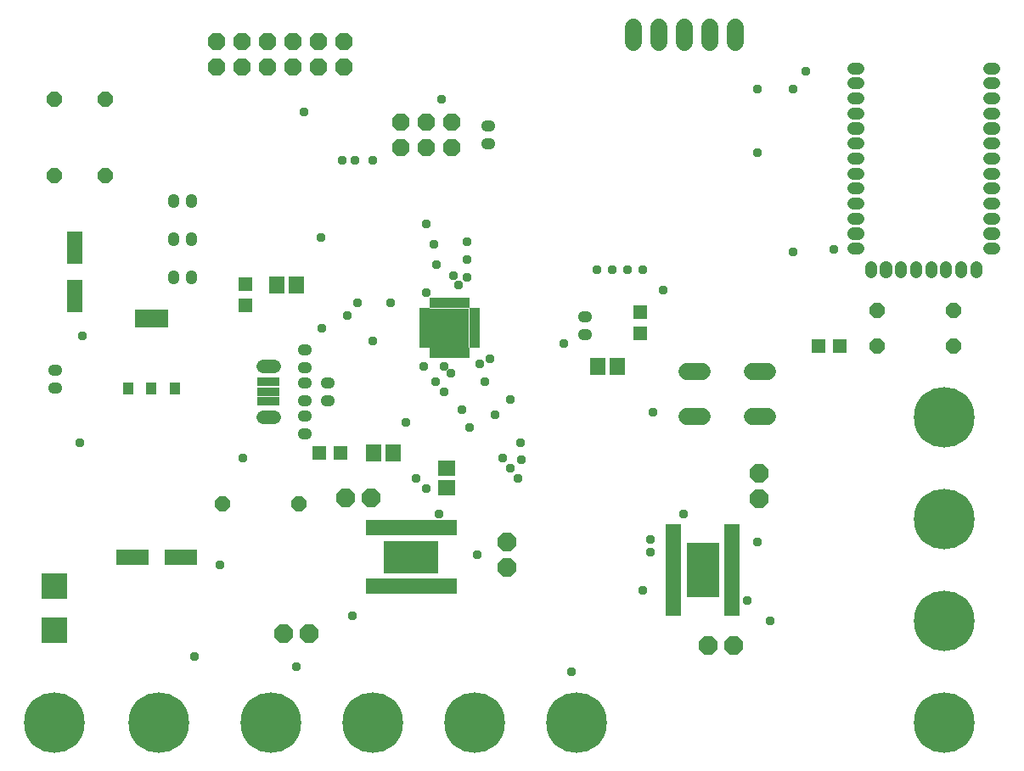
<source format=gbr>
G04 EAGLE Gerber RS-274X export*
G75*
%MOMM*%
%FSLAX34Y34*%
%LPD*%
%INSoldermask Top*%
%IPPOS*%
%AMOC8*
5,1,8,0,0,1.08239X$1,22.5*%
G01*
%ADD10C,6.045200*%
%ADD11C,1.191166*%
%ADD12R,1.603200X0.653200*%
%ADD13R,3.303200X5.383200*%
%ADD14C,0.703200*%
%ADD15C,0.925344*%
%ADD16P,1.951982X8X22.500000*%
%ADD17P,1.951982X8X112.500000*%
%ADD18P,1.951982X8X202.500000*%
%ADD19P,1.951982X8X292.500000*%
%ADD20R,2.603200X2.603200*%
%ADD21R,1.003200X0.503200*%
%ADD22R,0.503200X1.003200*%
%ADD23R,3.903200X3.903200*%
%ADD24P,1.869504X8X22.500000*%
%ADD25C,1.727200*%
%ADD26R,1.403200X1.403200*%
%ADD27R,0.653200X1.603200*%
%ADD28R,5.383200X3.303200*%
%ADD29R,3.203200X1.603200*%
%ADD30R,1.603200X3.203200*%
%ADD31P,1.649562X8X112.500000*%
%ADD32R,2.203200X0.903200*%
%ADD33P,1.649562X8X202.500000*%
%ADD34R,1.503200X1.803200*%
%ADD35R,1.803200X1.503200*%
%ADD36C,1.320800*%
%ADD37R,1.092200X1.219200*%
%ADD38C,0.959600*%

G36*
X150878Y445264D02*
X150878Y445264D01*
X150880Y445263D01*
X150923Y445283D01*
X150967Y445301D01*
X150967Y445303D01*
X150969Y445304D01*
X151002Y445389D01*
X151002Y462661D01*
X151001Y462663D01*
X151002Y462665D01*
X150982Y462708D01*
X150964Y462752D01*
X150962Y462752D01*
X150961Y462754D01*
X150876Y462787D01*
X118364Y462787D01*
X118362Y462786D01*
X118360Y462787D01*
X118317Y462767D01*
X118273Y462749D01*
X118273Y462747D01*
X118271Y462746D01*
X118238Y462661D01*
X118238Y445389D01*
X118239Y445387D01*
X118238Y445385D01*
X118258Y445342D01*
X118276Y445298D01*
X118278Y445298D01*
X118279Y445296D01*
X118364Y445263D01*
X150876Y445263D01*
X150878Y445264D01*
G37*
D10*
X38100Y50800D03*
X142240Y50800D03*
D11*
X834120Y703520D02*
X839240Y703520D01*
X834120Y703520D02*
X834120Y703640D01*
X839240Y703640D01*
X839240Y703520D01*
X839240Y688520D02*
X834120Y688520D01*
X834120Y688640D01*
X839240Y688640D01*
X839240Y688520D01*
X839240Y673520D02*
X834120Y673520D01*
X834120Y673640D01*
X839240Y673640D01*
X839240Y673520D01*
X839240Y658520D02*
X834120Y658520D01*
X834120Y658640D01*
X839240Y658640D01*
X839240Y658520D01*
X839240Y643520D02*
X834120Y643520D01*
X834120Y643640D01*
X839240Y643640D01*
X839240Y643520D01*
X839240Y628520D02*
X834120Y628520D01*
X834120Y628640D01*
X839240Y628640D01*
X839240Y628520D01*
X839240Y613520D02*
X834120Y613520D01*
X834120Y613640D01*
X839240Y613640D01*
X839240Y613520D01*
X839240Y598520D02*
X834120Y598520D01*
X834120Y598640D01*
X839240Y598640D01*
X839240Y598520D01*
X839240Y583520D02*
X834120Y583520D01*
X834120Y583640D01*
X839240Y583640D01*
X839240Y583520D01*
X839240Y568520D02*
X834120Y568520D01*
X834120Y568640D01*
X839240Y568640D01*
X839240Y568520D01*
X839240Y553520D02*
X834120Y553520D01*
X834120Y553640D01*
X839240Y553640D01*
X839240Y553520D01*
X839240Y538520D02*
X834120Y538520D01*
X834120Y538640D01*
X839240Y538640D01*
X839240Y538520D01*
X839240Y523520D02*
X834120Y523520D01*
X834120Y523640D01*
X839240Y523640D01*
X839240Y523520D01*
X852140Y505440D02*
X852140Y500320D01*
X852020Y500320D01*
X852020Y505440D01*
X852140Y505440D01*
X867140Y505440D02*
X867140Y500320D01*
X867020Y500320D01*
X867020Y505440D01*
X867140Y505440D01*
X882140Y505440D02*
X882140Y500320D01*
X882020Y500320D01*
X882020Y505440D01*
X882140Y505440D01*
X897140Y505440D02*
X897140Y500320D01*
X897020Y500320D01*
X897020Y505440D01*
X897140Y505440D01*
X912140Y505440D02*
X912140Y500320D01*
X912020Y500320D01*
X912020Y505440D01*
X912140Y505440D01*
X927140Y505440D02*
X927140Y500320D01*
X927020Y500320D01*
X927020Y505440D01*
X927140Y505440D01*
X942140Y505440D02*
X942140Y500320D01*
X942020Y500320D01*
X942020Y505440D01*
X942140Y505440D01*
X957140Y505440D02*
X957140Y500320D01*
X957020Y500320D01*
X957020Y505440D01*
X957140Y505440D01*
X969520Y523640D02*
X974640Y523640D01*
X974640Y523520D01*
X969520Y523520D01*
X969520Y523640D01*
X969520Y538640D02*
X974640Y538640D01*
X974640Y538520D01*
X969520Y538520D01*
X969520Y538640D01*
X969520Y553640D02*
X974640Y553640D01*
X974640Y553520D01*
X969520Y553520D01*
X969520Y553640D01*
X969520Y568640D02*
X974640Y568640D01*
X974640Y568520D01*
X969520Y568520D01*
X969520Y568640D01*
X969520Y583640D02*
X974640Y583640D01*
X974640Y583520D01*
X969520Y583520D01*
X969520Y583640D01*
X969520Y598640D02*
X974640Y598640D01*
X974640Y598520D01*
X969520Y598520D01*
X969520Y598640D01*
X969520Y613640D02*
X974640Y613640D01*
X974640Y613520D01*
X969520Y613520D01*
X969520Y613640D01*
X969520Y628640D02*
X974640Y628640D01*
X974640Y628520D01*
X969520Y628520D01*
X969520Y628640D01*
X969520Y643640D02*
X974640Y643640D01*
X974640Y643520D01*
X969520Y643520D01*
X969520Y643640D01*
X969520Y658640D02*
X974640Y658640D01*
X974640Y658520D01*
X969520Y658520D01*
X969520Y658640D01*
X969520Y673640D02*
X974640Y673640D01*
X974640Y673520D01*
X969520Y673520D01*
X969520Y673640D01*
X969520Y688640D02*
X974640Y688640D01*
X974640Y688520D01*
X969520Y688520D01*
X969520Y688640D01*
X969520Y703640D02*
X974640Y703640D01*
X974640Y703520D01*
X969520Y703520D01*
X969520Y703640D01*
D12*
X713700Y160950D03*
X713700Y167450D03*
X713700Y173950D03*
X713700Y180450D03*
X713700Y186950D03*
X713700Y193450D03*
X713700Y199950D03*
X713700Y206450D03*
X713700Y212950D03*
X713700Y219450D03*
X713700Y225950D03*
X713700Y232450D03*
X713700Y238950D03*
X713700Y245450D03*
X654700Y245450D03*
X654700Y238950D03*
X654700Y232450D03*
X654700Y225950D03*
X654700Y219450D03*
X654700Y212950D03*
X654700Y206450D03*
X654700Y199950D03*
X654700Y193450D03*
X654700Y186950D03*
X654700Y180450D03*
X654700Y173950D03*
X654700Y167450D03*
X654700Y160950D03*
D13*
X684200Y203200D03*
D14*
X684200Y203200D03*
D15*
X471790Y629532D02*
X468010Y629532D01*
X471790Y629532D02*
X471790Y627768D01*
X468010Y627768D01*
X468010Y629532D01*
X468010Y647312D02*
X471790Y647312D01*
X471790Y645548D01*
X468010Y645548D01*
X468010Y647312D01*
D16*
X266700Y139700D03*
X292100Y139700D03*
D17*
X489280Y205740D03*
X489280Y231140D03*
D18*
X353220Y274480D03*
X327820Y274480D03*
D15*
X39990Y385692D02*
X36210Y385692D01*
X39990Y385692D02*
X39990Y383928D01*
X36210Y383928D01*
X36210Y385692D01*
X36210Y403472D02*
X39990Y403472D01*
X39990Y401708D01*
X36210Y401708D01*
X36210Y403472D01*
X564530Y439032D02*
X568310Y439032D01*
X568310Y437268D01*
X564530Y437268D01*
X564530Y439032D01*
X564530Y456812D02*
X568310Y456812D01*
X568310Y455048D01*
X564530Y455048D01*
X564530Y456812D01*
X173108Y493410D02*
X173108Y497190D01*
X174872Y497190D01*
X174872Y493410D01*
X173108Y493410D01*
X155328Y493410D02*
X155328Y497190D01*
X157092Y497190D01*
X157092Y493410D01*
X155328Y493410D01*
X173108Y531510D02*
X173108Y535290D01*
X174872Y535290D01*
X174872Y531510D01*
X173108Y531510D01*
X155328Y531510D02*
X155328Y535290D01*
X157092Y535290D01*
X157092Y531510D01*
X155328Y531510D01*
X173108Y569610D02*
X173108Y573390D01*
X174872Y573390D01*
X174872Y569610D01*
X173108Y569610D01*
X155328Y569610D02*
X155328Y573390D01*
X157092Y573390D01*
X157092Y569610D01*
X155328Y569610D01*
D16*
X690080Y127800D03*
X715480Y127800D03*
D19*
X740080Y299720D03*
X740080Y274320D03*
D20*
X38100Y187100D03*
X38100Y143100D03*
D10*
X558800Y50800D03*
X457200Y50800D03*
X924700Y50800D03*
X254000Y50800D03*
X355600Y50800D03*
X924700Y152400D03*
X924700Y355600D03*
X924700Y254000D03*
D21*
X406800Y462000D03*
X406800Y457000D03*
X406800Y452000D03*
X406800Y447000D03*
X406800Y442000D03*
X406800Y437000D03*
X406800Y432000D03*
X406800Y427000D03*
D22*
X414300Y419500D03*
X419300Y419500D03*
X424300Y419500D03*
X429300Y419500D03*
X434300Y419500D03*
X439300Y419500D03*
X444300Y419500D03*
X449300Y419500D03*
D21*
X456800Y427000D03*
X456800Y432000D03*
X456800Y437000D03*
X456800Y442000D03*
X456800Y447000D03*
X456800Y452000D03*
X456800Y457000D03*
X456800Y462000D03*
D22*
X449300Y469500D03*
X444300Y469500D03*
X439300Y469500D03*
X434300Y469500D03*
X429300Y469500D03*
X424300Y469500D03*
X419300Y469500D03*
X414300Y469500D03*
D23*
X431800Y444500D03*
D24*
X383540Y624840D03*
X383540Y650240D03*
X408940Y624840D03*
X408940Y650240D03*
X434340Y624840D03*
X434340Y650240D03*
D25*
X716420Y729920D02*
X716420Y745160D01*
X691020Y745160D02*
X691020Y729920D01*
X665620Y729920D02*
X665620Y745160D01*
X640220Y745160D02*
X640220Y729920D01*
X614820Y729920D02*
X614820Y745160D01*
D26*
X228600Y467020D03*
X228600Y488020D03*
X301920Y320040D03*
X322920Y320040D03*
X799760Y426720D03*
X820760Y426720D03*
D27*
X351450Y186400D03*
X357950Y186400D03*
X364450Y186400D03*
X370950Y186400D03*
X377450Y186400D03*
X383950Y186400D03*
X390450Y186400D03*
X396950Y186400D03*
X403450Y186400D03*
X409950Y186400D03*
X416450Y186400D03*
X422950Y186400D03*
X429450Y186400D03*
X435950Y186400D03*
X435950Y245400D03*
X429450Y245400D03*
X422950Y245400D03*
X416450Y245400D03*
X409950Y245400D03*
X403450Y245400D03*
X396950Y245400D03*
X390450Y245400D03*
X383950Y245400D03*
X377450Y245400D03*
X370950Y245400D03*
X364450Y245400D03*
X357950Y245400D03*
X351450Y245400D03*
D28*
X393700Y215900D03*
D14*
X393700Y215900D03*
D26*
X622300Y460080D03*
X622300Y439080D03*
D29*
X163700Y215900D03*
X115700Y215900D03*
D30*
X58420Y476380D03*
X58420Y524380D03*
D15*
X285130Y390772D02*
X285130Y389008D01*
X285130Y390772D02*
X288910Y390772D01*
X288910Y389008D01*
X285130Y389008D01*
X285130Y372992D02*
X285130Y371228D01*
X285130Y372992D02*
X288910Y372992D01*
X288910Y371228D01*
X285130Y371228D01*
D31*
X88900Y596900D03*
X88900Y673100D03*
D15*
X311770Y372992D02*
X311770Y371228D01*
X307990Y371228D01*
X307990Y372992D01*
X311770Y372992D01*
X311770Y389008D02*
X311770Y390772D01*
X311770Y389008D02*
X307990Y389008D01*
X307990Y390772D01*
X311770Y390772D01*
D31*
X38100Y596900D03*
X38100Y673100D03*
D25*
X668388Y401066D02*
X683628Y401066D01*
X683628Y355854D02*
X668388Y355854D01*
X733412Y401066D02*
X748652Y401066D01*
X748652Y355854D02*
X733412Y355854D01*
D24*
X199860Y705320D03*
X199860Y730720D03*
X225260Y705320D03*
X225260Y730720D03*
X250660Y705320D03*
X250660Y730720D03*
X276060Y705320D03*
X276060Y730720D03*
X301460Y705320D03*
X301460Y730720D03*
X326860Y705320D03*
X326860Y730720D03*
D32*
X251460Y371000D03*
X251460Y381000D03*
X251460Y391000D03*
D33*
X281940Y269240D03*
X205740Y269240D03*
D34*
X375260Y320040D03*
X356260Y320040D03*
D33*
X934720Y426720D03*
X858520Y426720D03*
X934720Y462280D03*
X858520Y462280D03*
D34*
X278740Y487680D03*
X259740Y487680D03*
D35*
X429260Y285140D03*
X429260Y304140D03*
D34*
X598780Y406400D03*
X579780Y406400D03*
D36*
X257048Y406400D02*
X245872Y406400D01*
X245872Y355600D02*
X257048Y355600D01*
D15*
X285130Y355988D02*
X288910Y355988D01*
X285130Y355988D02*
X285130Y357752D01*
X288910Y357752D01*
X288910Y355988D01*
X288910Y338208D02*
X285130Y338208D01*
X285130Y339972D01*
X288910Y339972D01*
X288910Y338208D01*
X288910Y406012D02*
X285130Y406012D01*
X288910Y406012D02*
X288910Y404248D01*
X285130Y404248D01*
X285130Y406012D01*
X285130Y423792D02*
X288910Y423792D01*
X288910Y422028D01*
X285130Y422028D01*
X285130Y423792D01*
D37*
X111633Y384175D03*
X134620Y384175D03*
X157607Y384175D03*
D38*
X63500Y330200D03*
X177800Y116840D03*
X203200Y208280D03*
X66040Y436880D03*
X624840Y182880D03*
X226060Y314960D03*
X815340Y523240D03*
X774700Y520700D03*
X304800Y444500D03*
X424180Y673100D03*
X492760Y304800D03*
X492760Y373380D03*
X645160Y482600D03*
X579120Y502920D03*
X500380Y294640D03*
X635000Y360680D03*
X408940Y548640D03*
X467360Y391160D03*
X408940Y284480D03*
X444500Y363220D03*
X452120Y345440D03*
X485140Y314960D03*
X406400Y406400D03*
X477520Y358140D03*
X440876Y487680D03*
X337820Y612140D03*
X435876Y496344D03*
X355600Y612140D03*
X279400Y106680D03*
X751840Y152400D03*
X553720Y101600D03*
X739140Y231140D03*
X665480Y259080D03*
X335280Y157480D03*
X728754Y172604D03*
X459740Y218440D03*
X632460Y220980D03*
X421640Y259080D03*
X632460Y233680D03*
X462280Y408940D03*
X287020Y660400D03*
X416560Y528320D03*
X449580Y530860D03*
X739140Y683260D03*
X774700Y683260D03*
X419100Y508000D03*
X449580Y513080D03*
X739140Y619760D03*
X787400Y701040D03*
X624840Y502920D03*
X609600Y502920D03*
X594360Y502920D03*
X472440Y414020D03*
X325120Y612140D03*
X449580Y495300D03*
X373380Y469900D03*
X340360Y469900D03*
X388620Y350520D03*
X502920Y330200D03*
X503760Y313260D03*
X398780Y294640D03*
X426720Y381000D03*
X432844Y398993D03*
X408940Y480060D03*
X418256Y391160D03*
X426720Y406400D03*
X330200Y457200D03*
X303960Y535100D03*
X355600Y431800D03*
X546100Y429260D03*
M02*

</source>
